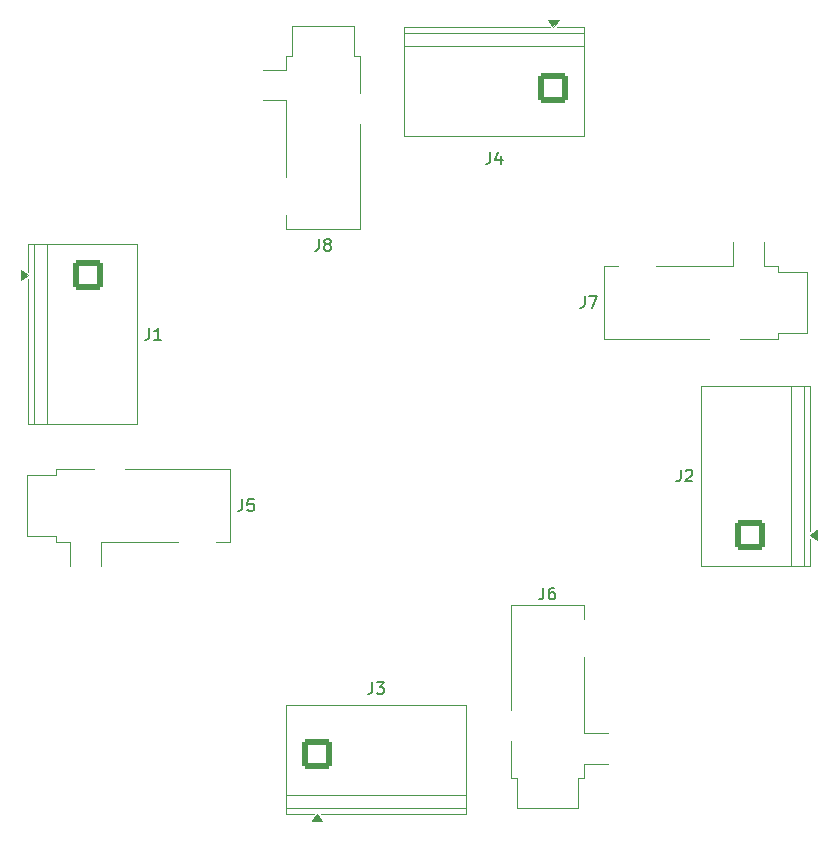
<source format=gto>
G04 #@! TF.GenerationSoftware,KiCad,Pcbnew,9.0.3*
G04 #@! TF.CreationDate,2025-08-26T17:47:51-07:00*
G04 #@! TF.ProjectId,sdi12_breakout,73646931-325f-4627-9265-616b6f75742e,V1*
G04 #@! TF.SameCoordinates,Original*
G04 #@! TF.FileFunction,Legend,Top*
G04 #@! TF.FilePolarity,Positive*
%FSLAX45Y45*%
G04 Gerber Fmt 4.5, Leading zero omitted, Abs format (unit mm)*
G04 Created by KiCad (PCBNEW 9.0.3) date 2025-08-26 17:47:51*
%MOMM*%
%LPD*%
G01*
G04 APERTURE LIST*
G04 Aperture macros list*
%AMRoundRect*
0 Rectangle with rounded corners*
0 $1 Rounding radius*
0 $2 $3 $4 $5 $6 $7 $8 $9 X,Y pos of 4 corners*
0 Add a 4 corners polygon primitive as box body*
4,1,4,$2,$3,$4,$5,$6,$7,$8,$9,$2,$3,0*
0 Add four circle primitives for the rounded corners*
1,1,$1+$1,$2,$3*
1,1,$1+$1,$4,$5*
1,1,$1+$1,$6,$7*
1,1,$1+$1,$8,$9*
0 Add four rect primitives between the rounded corners*
20,1,$1+$1,$2,$3,$4,$5,0*
20,1,$1+$1,$4,$5,$6,$7,0*
20,1,$1+$1,$6,$7,$8,$9,0*
20,1,$1+$1,$8,$9,$2,$3,0*%
G04 Aperture macros list end*
%ADD10C,0.150000*%
%ADD11C,0.120000*%
%ADD12RoundRect,0.250000X1.050000X-1.050000X1.050000X1.050000X-1.050000X1.050000X-1.050000X-1.050000X0*%
%ADD13C,2.600000*%
%ADD14RoundRect,0.250000X1.050000X1.050000X-1.050000X1.050000X-1.050000X-1.050000X1.050000X-1.050000X0*%
%ADD15C,1.700000*%
%ADD16R,2.200000X2.800000*%
%ADD17R,2.800000X2.800000*%
%ADD18RoundRect,0.250000X-1.050000X-1.050000X1.050000X-1.050000X1.050000X1.050000X-1.050000X1.050000X0*%
%ADD19R,2.800000X2.200000*%
%ADD20RoundRect,0.250000X-1.050000X1.050000X-1.050000X-1.050000X1.050000X-1.050000X1.050000X1.050000X0*%
G04 APERTURE END LIST*
D10*
X6928417Y-5195482D02*
X6928417Y-5266910D01*
X6928417Y-5266910D02*
X6923655Y-5281196D01*
X6923655Y-5281196D02*
X6914131Y-5290720D01*
X6914131Y-5290720D02*
X6899845Y-5295482D01*
X6899845Y-5295482D02*
X6890321Y-5295482D01*
X6971274Y-5205006D02*
X6976036Y-5200244D01*
X6976036Y-5200244D02*
X6985559Y-5195482D01*
X6985559Y-5195482D02*
X7009369Y-5195482D01*
X7009369Y-5195482D02*
X7018893Y-5200244D01*
X7018893Y-5200244D02*
X7023655Y-5205006D01*
X7023655Y-5205006D02*
X7028417Y-5214530D01*
X7028417Y-5214530D02*
X7028417Y-5224053D01*
X7028417Y-5224053D02*
X7023655Y-5238339D01*
X7023655Y-5238339D02*
X6966512Y-5295482D01*
X6966512Y-5295482D02*
X7028417Y-5295482D01*
X5316667Y-2508732D02*
X5316667Y-2580160D01*
X5316667Y-2580160D02*
X5311905Y-2594446D01*
X5311905Y-2594446D02*
X5302381Y-2603970D01*
X5302381Y-2603970D02*
X5288095Y-2608732D01*
X5288095Y-2608732D02*
X5278571Y-2608732D01*
X5407143Y-2542065D02*
X5407143Y-2608732D01*
X5383333Y-2503970D02*
X5359524Y-2575399D01*
X5359524Y-2575399D02*
X5421429Y-2575399D01*
X6116667Y-3725482D02*
X6116667Y-3796910D01*
X6116667Y-3796910D02*
X6111905Y-3811196D01*
X6111905Y-3811196D02*
X6102381Y-3820720D01*
X6102381Y-3820720D02*
X6088095Y-3825482D01*
X6088095Y-3825482D02*
X6078571Y-3825482D01*
X6154762Y-3725482D02*
X6221428Y-3725482D01*
X6221428Y-3725482D02*
X6178571Y-3825482D01*
X3216667Y-5445482D02*
X3216667Y-5516910D01*
X3216667Y-5516910D02*
X3211905Y-5531196D01*
X3211905Y-5531196D02*
X3202381Y-5540720D01*
X3202381Y-5540720D02*
X3188095Y-5545482D01*
X3188095Y-5545482D02*
X3178571Y-5545482D01*
X3311905Y-5445482D02*
X3264286Y-5445482D01*
X3264286Y-5445482D02*
X3259524Y-5493101D01*
X3259524Y-5493101D02*
X3264286Y-5488339D01*
X3264286Y-5488339D02*
X3273809Y-5483577D01*
X3273809Y-5483577D02*
X3297619Y-5483577D01*
X3297619Y-5483577D02*
X3307143Y-5488339D01*
X3307143Y-5488339D02*
X3311905Y-5493101D01*
X3311905Y-5493101D02*
X3316667Y-5502625D01*
X3316667Y-5502625D02*
X3316667Y-5526434D01*
X3316667Y-5526434D02*
X3311905Y-5535958D01*
X3311905Y-5535958D02*
X3307143Y-5540720D01*
X3307143Y-5540720D02*
X3297619Y-5545482D01*
X3297619Y-5545482D02*
X3273809Y-5545482D01*
X3273809Y-5545482D02*
X3264286Y-5540720D01*
X3264286Y-5540720D02*
X3259524Y-5535958D01*
X4316667Y-6995482D02*
X4316667Y-7066910D01*
X4316667Y-7066910D02*
X4311905Y-7081196D01*
X4311905Y-7081196D02*
X4302381Y-7090720D01*
X4302381Y-7090720D02*
X4288095Y-7095482D01*
X4288095Y-7095482D02*
X4278571Y-7095482D01*
X4354762Y-6995482D02*
X4416667Y-6995482D01*
X4416667Y-6995482D02*
X4383333Y-7033577D01*
X4383333Y-7033577D02*
X4397619Y-7033577D01*
X4397619Y-7033577D02*
X4407143Y-7038339D01*
X4407143Y-7038339D02*
X4411905Y-7043101D01*
X4411905Y-7043101D02*
X4416667Y-7052625D01*
X4416667Y-7052625D02*
X4416667Y-7076434D01*
X4416667Y-7076434D02*
X4411905Y-7085958D01*
X4411905Y-7085958D02*
X4407143Y-7090720D01*
X4407143Y-7090720D02*
X4397619Y-7095482D01*
X4397619Y-7095482D02*
X4369048Y-7095482D01*
X4369048Y-7095482D02*
X4359524Y-7090720D01*
X4359524Y-7090720D02*
X4354762Y-7085958D01*
X5766667Y-6195482D02*
X5766667Y-6266910D01*
X5766667Y-6266910D02*
X5761905Y-6281196D01*
X5761905Y-6281196D02*
X5752381Y-6290720D01*
X5752381Y-6290720D02*
X5738095Y-6295482D01*
X5738095Y-6295482D02*
X5728571Y-6295482D01*
X5857143Y-6195482D02*
X5838095Y-6195482D01*
X5838095Y-6195482D02*
X5828571Y-6200244D01*
X5828571Y-6200244D02*
X5823809Y-6205006D01*
X5823809Y-6205006D02*
X5814286Y-6219291D01*
X5814286Y-6219291D02*
X5809524Y-6238339D01*
X5809524Y-6238339D02*
X5809524Y-6276434D01*
X5809524Y-6276434D02*
X5814286Y-6285958D01*
X5814286Y-6285958D02*
X5819048Y-6290720D01*
X5819048Y-6290720D02*
X5828571Y-6295482D01*
X5828571Y-6295482D02*
X5847619Y-6295482D01*
X5847619Y-6295482D02*
X5857143Y-6290720D01*
X5857143Y-6290720D02*
X5861905Y-6285958D01*
X5861905Y-6285958D02*
X5866667Y-6276434D01*
X5866667Y-6276434D02*
X5866667Y-6252625D01*
X5866667Y-6252625D02*
X5861905Y-6243101D01*
X5861905Y-6243101D02*
X5857143Y-6238339D01*
X5857143Y-6238339D02*
X5847619Y-6233577D01*
X5847619Y-6233577D02*
X5828571Y-6233577D01*
X5828571Y-6233577D02*
X5819048Y-6238339D01*
X5819048Y-6238339D02*
X5814286Y-6243101D01*
X5814286Y-6243101D02*
X5809524Y-6252625D01*
X3866667Y-3245482D02*
X3866667Y-3316910D01*
X3866667Y-3316910D02*
X3861905Y-3331196D01*
X3861905Y-3331196D02*
X3852381Y-3340720D01*
X3852381Y-3340720D02*
X3838095Y-3345482D01*
X3838095Y-3345482D02*
X3828571Y-3345482D01*
X3928571Y-3288339D02*
X3919048Y-3283577D01*
X3919048Y-3283577D02*
X3914286Y-3278815D01*
X3914286Y-3278815D02*
X3909524Y-3269291D01*
X3909524Y-3269291D02*
X3909524Y-3264529D01*
X3909524Y-3264529D02*
X3914286Y-3255006D01*
X3914286Y-3255006D02*
X3919048Y-3250244D01*
X3919048Y-3250244D02*
X3928571Y-3245482D01*
X3928571Y-3245482D02*
X3947619Y-3245482D01*
X3947619Y-3245482D02*
X3957143Y-3250244D01*
X3957143Y-3250244D02*
X3961905Y-3255006D01*
X3961905Y-3255006D02*
X3966667Y-3264529D01*
X3966667Y-3264529D02*
X3966667Y-3269291D01*
X3966667Y-3269291D02*
X3961905Y-3278815D01*
X3961905Y-3278815D02*
X3957143Y-3283577D01*
X3957143Y-3283577D02*
X3947619Y-3288339D01*
X3947619Y-3288339D02*
X3928571Y-3288339D01*
X3928571Y-3288339D02*
X3919048Y-3293101D01*
X3919048Y-3293101D02*
X3914286Y-3297863D01*
X3914286Y-3297863D02*
X3909524Y-3307387D01*
X3909524Y-3307387D02*
X3909524Y-3326434D01*
X3909524Y-3326434D02*
X3914286Y-3335958D01*
X3914286Y-3335958D02*
X3919048Y-3340720D01*
X3919048Y-3340720D02*
X3928571Y-3345482D01*
X3928571Y-3345482D02*
X3947619Y-3345482D01*
X3947619Y-3345482D02*
X3957143Y-3340720D01*
X3957143Y-3340720D02*
X3961905Y-3335958D01*
X3961905Y-3335958D02*
X3966667Y-3326434D01*
X3966667Y-3326434D02*
X3966667Y-3307387D01*
X3966667Y-3307387D02*
X3961905Y-3297863D01*
X3961905Y-3297863D02*
X3957143Y-3293101D01*
X3957143Y-3293101D02*
X3947619Y-3288339D01*
X2429917Y-3995482D02*
X2429917Y-4066910D01*
X2429917Y-4066910D02*
X2425155Y-4081196D01*
X2425155Y-4081196D02*
X2415631Y-4090720D01*
X2415631Y-4090720D02*
X2401345Y-4095482D01*
X2401345Y-4095482D02*
X2391821Y-4095482D01*
X2529917Y-4095482D02*
X2472774Y-4095482D01*
X2501345Y-4095482D02*
X2501345Y-3995482D01*
X2501345Y-3995482D02*
X2491821Y-4009768D01*
X2491821Y-4009768D02*
X2482298Y-4019291D01*
X2482298Y-4019291D02*
X2472774Y-4024053D01*
D11*
X7099750Y-4488000D02*
X8023750Y-4488000D01*
X7099750Y-6012000D02*
X7099750Y-4488000D01*
X7861750Y-6012000D02*
X7861750Y-4488000D01*
X7971750Y-6012000D02*
X7971750Y-4488000D01*
X8023750Y-4488000D02*
X8023750Y-5720000D01*
X8023750Y-5780000D02*
X8023750Y-6012000D01*
X8023750Y-6012000D02*
X7099750Y-6012000D01*
X8084750Y-5794000D02*
X8023750Y-5750000D01*
X8084750Y-5706000D01*
X8084750Y-5794000D01*
G36*
X8084750Y-5794000D02*
G01*
X8023750Y-5750000D01*
X8084750Y-5706000D01*
X8084750Y-5794000D01*
G37*
X4588000Y-1451250D02*
X5820000Y-1451250D01*
X4588000Y-2375250D02*
X4588000Y-1451250D01*
X5880000Y-1451250D02*
X6112000Y-1451250D01*
X6112000Y-1451250D02*
X6112000Y-2375250D01*
X6112000Y-1503250D02*
X4588000Y-1503250D01*
X6112000Y-1613250D02*
X4588000Y-1613250D01*
X6112000Y-2375250D02*
X4588000Y-2375250D01*
X5850000Y-1451250D02*
X5806000Y-1390250D01*
X5894000Y-1390250D01*
X5850000Y-1451250D01*
G36*
X5850000Y-1451250D02*
G01*
X5806000Y-1390250D01*
X5894000Y-1390250D01*
X5850000Y-1451250D01*
G37*
X6280000Y-3470000D02*
X6400000Y-3470000D01*
X6280000Y-4090000D02*
X6280000Y-3470000D01*
X6720000Y-3470000D02*
X7370000Y-3470000D01*
X7170000Y-4090000D02*
X6280000Y-4090000D01*
X7370000Y-3470000D02*
X7370000Y-3270000D01*
X7630000Y-3470000D02*
X7630000Y-3270000D01*
X7630000Y-3470000D02*
X7750000Y-3470000D01*
X7750000Y-3470000D02*
X7750000Y-3520000D01*
X7750000Y-3520000D02*
X8000000Y-3520000D01*
X7750000Y-4040000D02*
X7750000Y-4090000D01*
X7750000Y-4090000D02*
X7430000Y-4090000D01*
X8000000Y-3520000D02*
X8000000Y-4040000D01*
X8000000Y-4040000D02*
X7750000Y-4040000D01*
X1390000Y-5240000D02*
X1640000Y-5240000D01*
X1390000Y-5760000D02*
X1390000Y-5240000D01*
X1640000Y-5190000D02*
X1960000Y-5190000D01*
X1640000Y-5240000D02*
X1640000Y-5190000D01*
X1640000Y-5760000D02*
X1390000Y-5760000D01*
X1640000Y-5810000D02*
X1640000Y-5760000D01*
X1760000Y-5810000D02*
X1640000Y-5810000D01*
X1760000Y-5810000D02*
X1760000Y-6010000D01*
X2020000Y-5810000D02*
X2020000Y-6010000D01*
X2220000Y-5190000D02*
X3110000Y-5190000D01*
X2670000Y-5810000D02*
X2020000Y-5810000D01*
X3110000Y-5190000D02*
X3110000Y-5810000D01*
X3110000Y-5810000D02*
X2990000Y-5810000D01*
X3588000Y-7188000D02*
X5112000Y-7188000D01*
X3588000Y-7950000D02*
X5112000Y-7950000D01*
X3588000Y-8060000D02*
X5112000Y-8060000D01*
X3588000Y-8112000D02*
X3588000Y-7188000D01*
X3820000Y-8112000D02*
X3588000Y-8112000D01*
X5112000Y-7188000D02*
X5112000Y-8112000D01*
X5112000Y-8112000D02*
X3880000Y-8112000D01*
X3894000Y-8173000D02*
X3806000Y-8173000D01*
X3850000Y-8112000D01*
X3894000Y-8173000D01*
G36*
X3894000Y-8173000D02*
G01*
X3806000Y-8173000D01*
X3850000Y-8112000D01*
X3894000Y-8173000D01*
G37*
X5490000Y-6340000D02*
X6110000Y-6340000D01*
X5490000Y-7230000D02*
X5490000Y-6340000D01*
X5490000Y-7810000D02*
X5490000Y-7490000D01*
X5540000Y-7810000D02*
X5490000Y-7810000D01*
X5540000Y-8060000D02*
X5540000Y-7810000D01*
X6060000Y-7810000D02*
X6060000Y-8060000D01*
X6060000Y-8060000D02*
X5540000Y-8060000D01*
X6110000Y-6340000D02*
X6110000Y-6460000D01*
X6110000Y-6780000D02*
X6110000Y-7430000D01*
X6110000Y-7430000D02*
X6310000Y-7430000D01*
X6110000Y-7690000D02*
X6110000Y-7810000D01*
X6110000Y-7690000D02*
X6310000Y-7690000D01*
X6110000Y-7810000D02*
X6060000Y-7810000D01*
X3590000Y-1690000D02*
X3640000Y-1690000D01*
X3590000Y-1810000D02*
X3390000Y-1810000D01*
X3590000Y-1810000D02*
X3590000Y-1690000D01*
X3590000Y-2070000D02*
X3390000Y-2070000D01*
X3590000Y-2720000D02*
X3590000Y-2070000D01*
X3590000Y-3160000D02*
X3590000Y-3040000D01*
X3640000Y-1440000D02*
X4160000Y-1440000D01*
X3640000Y-1690000D02*
X3640000Y-1440000D01*
X4160000Y-1440000D02*
X4160000Y-1690000D01*
X4160000Y-1690000D02*
X4210000Y-1690000D01*
X4210000Y-1690000D02*
X4210000Y-2010000D01*
X4210000Y-2270000D02*
X4210000Y-3160000D01*
X4210000Y-3160000D02*
X3590000Y-3160000D01*
X1401250Y-3288000D02*
X2325250Y-3288000D01*
X1401250Y-3520000D02*
X1401250Y-3288000D01*
X1401250Y-4812000D02*
X1401250Y-3580000D01*
X1453250Y-3288000D02*
X1453250Y-4812000D01*
X1563250Y-3288000D02*
X1563250Y-4812000D01*
X2325250Y-3288000D02*
X2325250Y-4812000D01*
X2325250Y-4812000D02*
X1401250Y-4812000D01*
X1401250Y-3550000D02*
X1340250Y-3594000D01*
X1340250Y-3506000D01*
X1401250Y-3550000D01*
G36*
X1401250Y-3550000D02*
G01*
X1340250Y-3594000D01*
X1340250Y-3506000D01*
X1401250Y-3550000D01*
G37*
%LPC*%
D12*
X7511750Y-5750000D03*
D13*
X7511750Y-5250000D03*
X7511750Y-4750000D03*
D14*
X5850000Y-1963250D03*
D13*
X5350000Y-1963250D03*
X4850000Y-1963250D03*
D15*
X7390000Y-3780000D03*
X6690000Y-3780000D03*
D16*
X7300000Y-4150000D03*
X7500000Y-3410000D03*
D17*
X6560000Y-3410000D03*
D15*
X2000000Y-5500000D03*
X2700000Y-5500000D03*
D16*
X2090000Y-5130000D03*
X1890000Y-5870000D03*
D17*
X2830000Y-5870000D03*
D18*
X3850000Y-7600000D03*
D13*
X4350000Y-7600000D03*
X4850000Y-7600000D03*
D15*
X5800000Y-7450000D03*
X5800000Y-6750000D03*
D19*
X5430000Y-7360000D03*
X6170000Y-7560000D03*
D17*
X6170000Y-6620000D03*
D15*
X3900000Y-2050000D03*
X3900000Y-2750000D03*
D19*
X4270000Y-2140000D03*
X3530000Y-1940000D03*
D17*
X3530000Y-2880000D03*
D20*
X1913250Y-3550000D03*
D13*
X1913250Y-4050000D03*
X1913250Y-4550000D03*
%LPD*%
M02*

</source>
